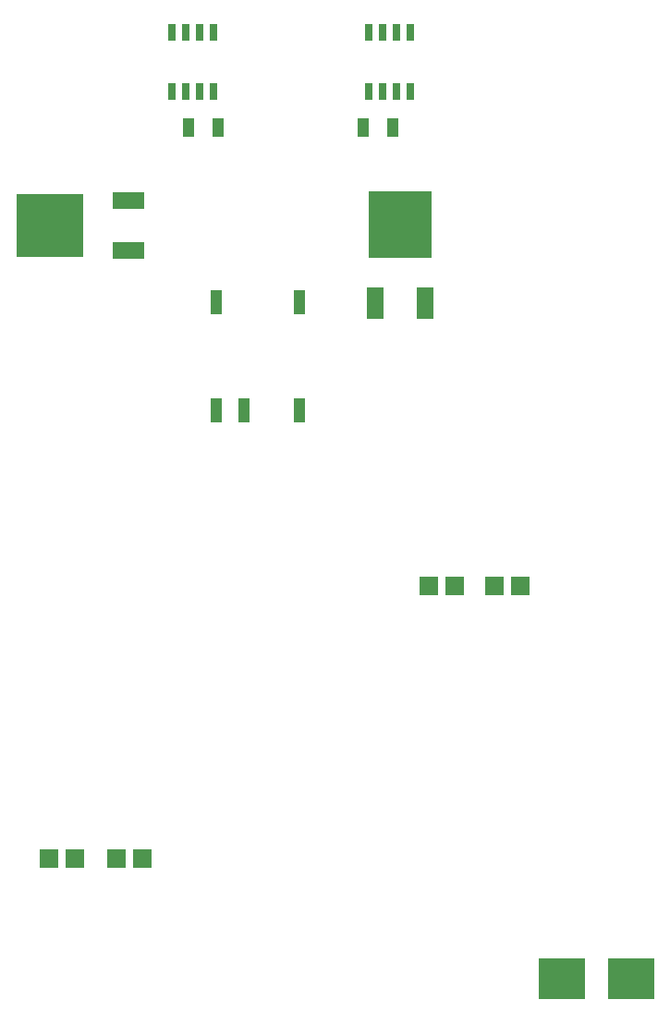
<source format=gtp>
G04*
G04 #@! TF.GenerationSoftware,Altium Limited,Altium Designer,21.9.2 (33)*
G04*
G04 Layer_Color=8421504*
%FSLAX43Y43*%
%MOMM*%
G71*
G04*
G04 #@! TF.SameCoordinates,8A64DE41-CE10-4B2C-A13A-6A112CDDCE5D*
G04*
G04*
G04 #@! TF.FilePolarity,Positive*
G04*
G01*
G75*
%ADD17R,1.000X2.290*%
%ADD18R,0.650X1.525*%
%ADD19R,1.100X1.700*%
%ADD20R,3.000X1.600*%
%ADD21R,6.200X5.800*%
%ADD22R,1.600X3.000*%
%ADD23R,5.800X6.200*%
%ADD24R,1.754X1.806*%
%ADD25R,4.242X3.810*%
D17*
X39190Y81955D02*
D03*
X46810D02*
D03*
Y72045D02*
D03*
X41730D02*
D03*
X39190D02*
D03*
D18*
X53095Y106712D02*
D03*
X54365D02*
D03*
X55635D02*
D03*
X56905D02*
D03*
Y101288D02*
D03*
X55635D02*
D03*
X54365D02*
D03*
X53095D02*
D03*
X35095Y106712D02*
D03*
X36365D02*
D03*
X37635D02*
D03*
X38905D02*
D03*
Y101288D02*
D03*
X37635D02*
D03*
X36365D02*
D03*
X35095D02*
D03*
D19*
X36650Y98000D02*
D03*
X39350D02*
D03*
X55350Y98000D02*
D03*
X52650D02*
D03*
D20*
X31080Y86715D02*
D03*
Y91285D02*
D03*
D21*
X23900Y89000D02*
D03*
D22*
X53715Y81920D02*
D03*
X58285D02*
D03*
D23*
X56000Y89100D02*
D03*
D24*
X23824Y31000D02*
D03*
X26176D02*
D03*
X30000D02*
D03*
X32352D02*
D03*
X64648Y56000D02*
D03*
X67000D02*
D03*
X58648D02*
D03*
X61000D02*
D03*
D25*
X77188Y20000D02*
D03*
X70812D02*
D03*
M02*

</source>
